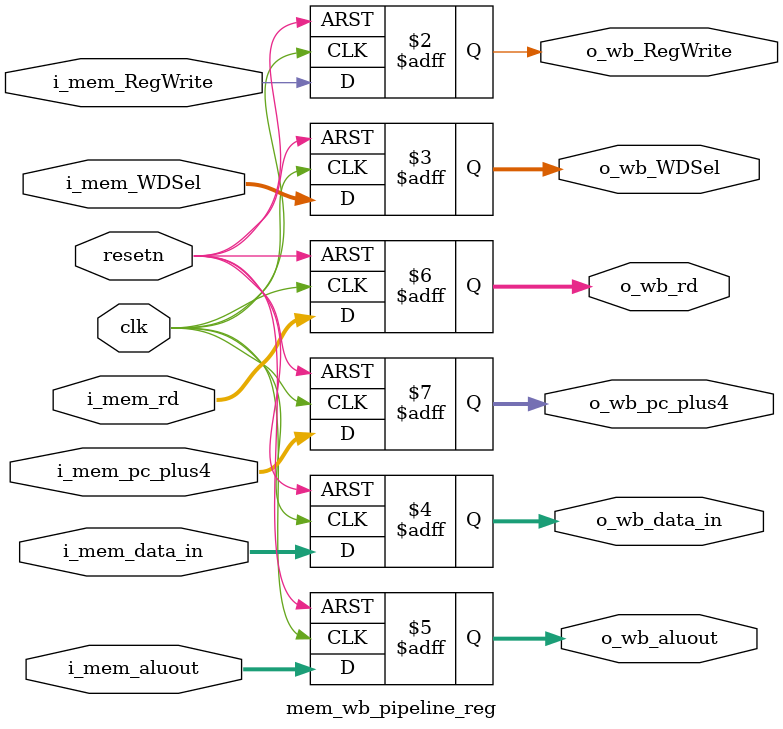
<source format=v>
`timescale 1ns / 1ps


module mem_wb_pipeline_reg(
    input wire clk,resetn,
    input wire i_mem_RegWrite,
    input wire [1:0]i_mem_WDSel,
    input wire [31:0] i_mem_data_in,
    input wire [31:0] i_mem_aluout,
    input wire [4:0] i_mem_rd,
    input wire [31:0] i_mem_pc_plus4,
    output reg o_wb_RegWrite,
    output reg [1:0]o_wb_WDSel,
    output reg [31:0] o_wb_data_in,
    output reg [31:0] o_wb_aluout,
    output reg [4:0] o_wb_rd,
    output reg [31:0] o_wb_pc_plus4
    );
    always@(posedge clk or posedge resetn)
    begin
        if(resetn)
        begin   
            o_wb_RegWrite <= 0;
            o_wb_WDSel <= 0;
            o_wb_data_in <= 0;
            o_wb_aluout <= 0;
            o_wb_rd <= 0;
            o_wb_pc_plus4 <= 0;
        end
        else
        begin
            o_wb_RegWrite <= i_mem_RegWrite;
            o_wb_WDSel <= i_mem_WDSel;
            o_wb_data_in <= i_mem_data_in;
            o_wb_aluout <= i_mem_aluout;
            o_wb_rd <= i_mem_rd;
            o_wb_pc_plus4 <= i_mem_pc_plus4;
        end
    end
endmodule

</source>
